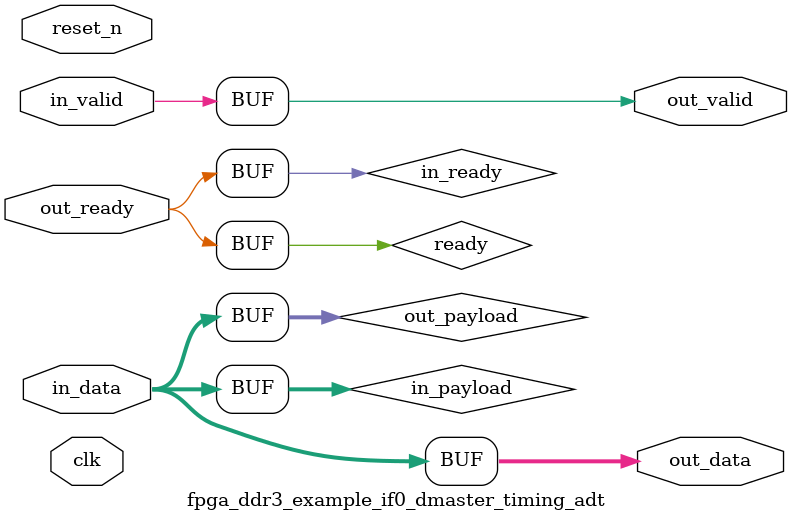
<source format=v>

`timescale 1ns / 100ps
module fpga_ddr3_example_if0_dmaster_timing_adt (
    
      // Interface: clk
      input              clk,
      // Interface: reset
      input              reset_n,
      // Interface: in
      input              in_valid,
      input      [ 7: 0] in_data,
      // Interface: out
      output reg         out_valid,
      output reg [ 7: 0] out_data,
      input              out_ready
);




   // ---------------------------------------------------------------------
   //| Signal Declarations
   // ---------------------------------------------------------------------

   reg  [ 7: 0] in_payload;
   reg  [ 7: 0] out_payload;
   reg  [ 0: 0] ready;
   reg          in_ready;
   // synthesis translate_off
   always @(negedge in_ready) begin
      $display("%m: The downstream component is backpressuring by deasserting ready, but the upstream component can't be backpressured.");
   end
   // synthesis translate_on   


   // ---------------------------------------------------------------------
   //| Payload Mapping
   // ---------------------------------------------------------------------
   always @* begin
     in_payload = {in_data};
     {out_data} = out_payload;
   end

   // ---------------------------------------------------------------------
   //| Ready & valid signals.
   // ---------------------------------------------------------------------
   always @* begin
     ready[0] = out_ready;
     out_valid = in_valid;
     out_payload = in_payload;
     in_ready = ready[0];
   end




endmodule


</source>
